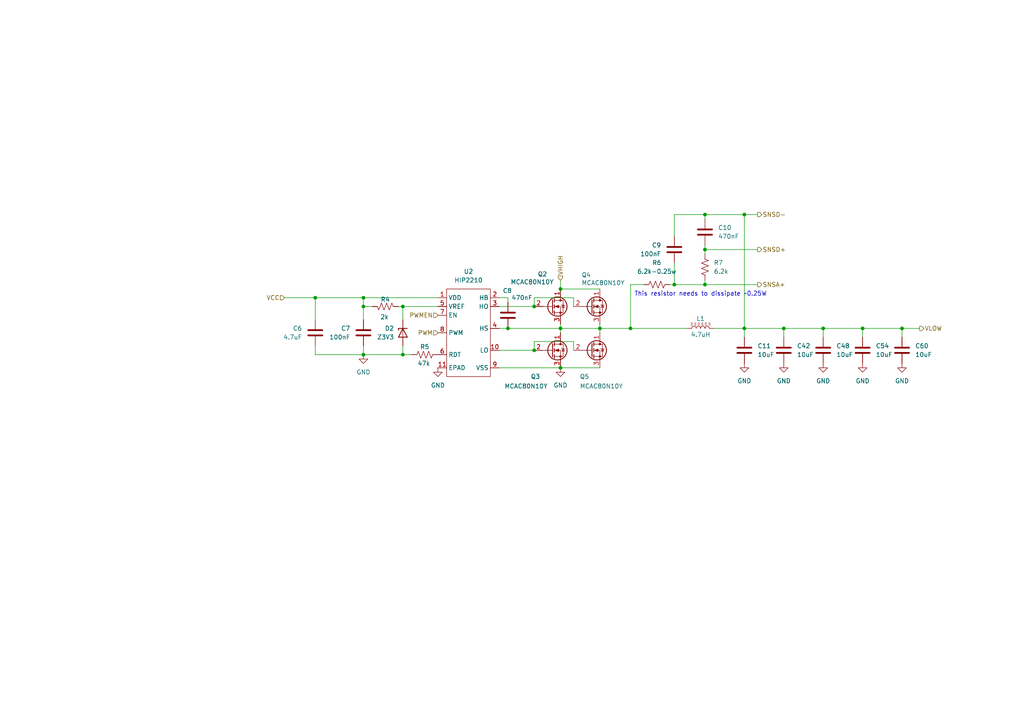
<source format=kicad_sch>
(kicad_sch (version 20231120) (generator "eeschema") (generator_version "8.0")
  (paper "A4")
  (lib_symbols
    (symbol "Device:C" (pin_numbers hide) (pin_names (offset 0.254))
      (property "Reference" "C" (at 0.635 2.54 0))
      (property "Value" "C" (at 0.635 -2.54 0))
      (symbol "C_0_1"
        (polyline (pts (xy -2.032 -0.762) (xy 2.032 -0.762)) (stroke (width 0.508)))
        (polyline (pts (xy -2.032 0.762) (xy 2.032 0.762)) (stroke (width 0.508)))
      )
      (symbol "C_1_1"
        (pin passive line (at 0 3.81 270) (length 2.794) (name "~") (number "1"))
        (pin passive line (at 0 -3.81 90) (length 2.794) (name "~") (number "2"))
      )
    )
    (symbol "Device:D_Zener" (pin_numbers hide) (pin_names (offset 1.016) hide)
      (property "Reference" "D" (at 0 2.54 0))
      (property "Value" "D_Zener" (at 0 -2.54 0))
      (symbol "D_Zener_0_1"
        (polyline (pts (xy 1.27 0) (xy -1.27 0)))
        (polyline (pts (xy -1.27 -1.27) (xy -1.27 1.27) (xy -0.762 1.27)) (stroke (width 0.254)))
        (polyline (pts (xy 1.27 -1.27) (xy 1.27 1.27) (xy -1.27 0) (xy 1.27 -1.27)) (stroke (width 0.254)))
      )
      (symbol "D_Zener_1_1"
        (pin passive line (at -3.81 0 0) (length 2.54) (name "K") (number "1"))
        (pin passive line (at 3.81 0 180) (length 2.54) (name "A") (number "2"))
      )
    )
    (symbol "Device:L_Ferrite" (pin_numbers hide) (pin_names (offset 1.016) hide)
      (property "Reference" "L" (at -1.27 0 90))
      (property "Value" "L_Ferrite" (at 2.794 0 90))
      (symbol "L_Ferrite_0_1"
        (arc (start 0 -2.54) (mid 0.6323 -1.905) (end 0 -1.27))
        (arc (start 0 -1.27) (mid 0.6323 -0.635) (end 0 0))
        (polyline (pts (xy 1.016 -2.794) (xy 1.016 -2.286)))
        (polyline (pts (xy 1.016 -1.778) (xy 1.016 -1.27)))
        (polyline (pts (xy 1.016 -0.762) (xy 1.016 -0.254)))
        (polyline (pts (xy 1.016 0.254) (xy 1.016 0.762)))
        (polyline (pts (xy 1.016 1.27) (xy 1.016 1.778)))
        (polyline (pts (xy 1.016 2.286) (xy 1.016 2.794)))
        (polyline (pts (xy 1.524 -2.286) (xy 1.524 -2.794)))
        (polyline (pts (xy 1.524 -1.27) (xy 1.524 -1.778)))
        (polyline (pts (xy 1.524 -0.254) (xy 1.524 -0.762)))
        (polyline (pts (xy 1.524 0.762) (xy 1.524 0.254)))
        (polyline (pts (xy 1.524 1.778) (xy 1.524 1.27)))
        (polyline (pts (xy 1.524 2.794) (xy 1.524 2.286)))
        (arc (start 0 0) (mid 0.6323 0.635) (end 0 1.27))
        (arc (start 0 1.27) (mid 0.6323 1.905) (end 0 2.54))
      )
      (symbol "L_Ferrite_1_1"
        (pin passive line (at 0 3.81 270) (length 1.27) (name "1") (number "1"))
        (pin passive line (at 0 -3.81 90) (length 1.27) (name "2") (number "2"))
      )
    )
    (symbol "Device:R_US" (pin_numbers hide) (pin_names (offset 0))
      (property "Reference" "R" (at 2.54 0 90))
      (property "Value" "R_US" (at -2.54 0 90))
      (symbol "R_US_0_1"
        (polyline (pts (xy 0 -2.286) (xy 0 -2.54)))
        (polyline (pts (xy 0 2.286) (xy 0 2.54)))
        (polyline (pts (xy 0 -0.762) (xy 1.016 -1.143) (xy 0 -1.524) (xy -1.016 -1.905) (xy 0 -2.286)))
        (polyline (pts (xy 0 0.762) (xy 1.016 0.381) (xy 0 0) (xy -1.016 -0.381) (xy 0 -0.762)))
        (polyline (pts (xy 0 2.286) (xy 1.016 1.905) (xy 0 1.524) (xy -1.016 1.143) (xy 0 0.762)))
      )
      (symbol "R_US_1_1"
        (pin passive line (at 0 3.81 270) (length 1.27) (name "~") (number "1"))
        (pin passive line (at 0 -3.81 90) (length 1.27) (name "~") (number "2"))
      )
    )
    (symbol "GateDrivers:HIP2210"
      (property "Reference" "U?" (at -5.588 12.7 0))
      (property "Value" "HIP2210" (at 2.54 12.446 0))
      (symbol "HIP2210_0_1"
        (rectangle (start -6.35 11.43) (end 6.35 -13.97))
      )
      (symbol "HIP2210_1_1"
        (pin power_in line (at -8.89 8.89 0) (length 2.54) (name "VDD") (number "1"))
        (pin output line (at 8.89 -6.35 180) (length 2.54) (name "LO") (number "10"))
        (pin passive line (at -8.89 -11.43 0) (length 2.54) (name "EPAD") (number "11"))
        (pin output line (at 8.89 8.89 180) (length 2.54) (name "HB") (number "2"))
        (pin output line (at 8.89 6.35 180) (length 2.54) (name "HO") (number "3"))
        (pin input line (at 8.89 0 180) (length 2.54) (name "HS") (number "4"))
        (pin power_in line (at -8.89 6.35 0) (length 2.54) (name "VREF") (number "5"))
        (pin input line (at -8.89 -7.62 0) (length 2.54) (name "RDT") (number "6"))
        (pin input line (at -8.89 3.81 0) (length 2.54) (name "EN") (number "7"))
        (pin input line (at -8.89 -1.27 0) (length 2.54) (name "PWM") (number "8"))
        (pin input line (at 8.89 -11.43 180) (length 2.54) (name "VSS") (number "9"))
      )
    )
    (symbol "ProjectMosfets:MCAC80N10Y" (pin_names (offset 0) hide)
      (property "Reference" "Q" (at 5.08 1.27 0))
      (property "Value" "MCAC80N10Y" (at 5.08 -1.27 0))
      (symbol "MCAC80N10Y_0_1"
        (polyline (pts (xy 0.254 0) (xy -2.54 0)))
        (polyline (pts (xy 0.254 1.905) (xy 0.254 -1.905)) (stroke (width 0.254)))
        (polyline (pts (xy 0.762 -1.27) (xy 0.762 -2.286)) (stroke (width 0.254)))
        (polyline (pts (xy 0.762 0.508) (xy 0.762 -0.508)) (stroke (width 0.254)))
        (polyline (pts (xy 0.762 2.286) (xy 0.762 1.27)) (stroke (width 0.254)))
        (polyline (pts (xy 2.54 2.54) (xy 2.54 1.778)))
        (polyline (pts (xy 2.54 -2.54) (xy 2.54 0) (xy 0.762 0)))
        (polyline (pts (xy 0.762 -1.778) (xy 3.302 -1.778) (xy 3.302 1.778) (xy 0.762 1.778)))
        (polyline (pts (xy 1.016 0) (xy 2.032 0.381) (xy 2.032 -0.381) (xy 1.016 0)) (fill (type outline)))
        (polyline (pts (xy 2.794 0.508) (xy 2.921 0.381) (xy 3.683 0.381) (xy 3.81 0.254)))
        (polyline (pts (xy 3.302 0.381) (xy 2.921 -0.254) (xy 3.683 -0.254) (xy 3.302 0.381)))
        (circle (center 1.651 0) (radius 2.794) (stroke (width 0.254)))
        (circle (center 2.54 -1.778) (radius 0.254) (fill (type outline)))
        (circle (center 2.54 1.778) (radius 0.254) (fill (type outline)))
      )
      (symbol "MCAC80N10Y_1_1"
        (pin passive line (at 2.54 5.08 270) (length 2.54) (name "D") (number "1"))
        (pin input line (at -5.08 0 0) (length 2.54) (name "G") (number "2"))
        (pin passive line (at 2.54 -5.08 90) (length 2.54) (name "S") (number "3"))
      )
    )
    (symbol "power:GND" (power) (pin_names (offset 0))
      (property "Value" "GND" (at 0 -3.81 0))
      (symbol "GND_0_1"
        (polyline (pts (xy 0 0) (xy 0 -1.27) (xy 1.27 -1.27) (xy 0 -2.54) (xy -1.27 -1.27) (xy 0 -1.27)))
      )
      (symbol "GND_1_1"
        (pin power_in line (at 0 0 270) (length 0) hide (name "GND") (number "1"))
      )
    )
  )
  (junction (at 173.99 95.25))
  (junction (at 105.41 102.87))
  (junction (at 154.94 88.9))
  (junction (at 162.56 95.25))
  (junction (at 195.58 82.55))
  (junction (at 105.41 88.9))
  (junction (at 238.76 95.25))
  (junction (at 91.44 86.36))
  (junction (at 116.84 88.9))
  (junction (at 116.84 102.87))
  (junction (at 147.32 95.25))
  (junction (at 204.47 62.23))
  (junction (at 215.9 62.23))
  (junction (at 105.41 86.36))
  (junction (at 162.56 83.82))
  (junction (at 250.19 95.25))
  (junction (at 204.47 82.55))
  (junction (at 162.56 106.68))
  (junction (at 227.33 95.25))
  (junction (at 154.94 101.6))
  (junction (at 261.62 95.25))
  (junction (at 182.88 95.25))
  (junction (at 215.9 95.25))
  (junction (at 204.47 72.39))
  (wire (pts (xy 105.41 86.36) (xy 127 86.36)))
  (wire (pts (xy 91.44 100.33) (xy 91.44 102.87)))
  (wire (pts (xy 227.33 95.25) (xy 227.33 97.79)))
  (wire (pts (xy 215.9 62.23) (xy 215.9 95.25)))
  (wire (pts (xy 173.99 93.98) (xy 173.99 95.25)))
  (wire (pts (xy 91.44 102.87) (xy 105.41 102.87)))
  (wire (pts (xy 261.62 95.25) (xy 266.7 95.25)))
  (wire (pts (xy 162.56 83.82) (xy 173.99 83.82)))
  (wire (pts (xy 204.47 62.23) (xy 204.47 63.5)))
  (wire (pts (xy 195.58 82.55) (xy 204.47 82.55)))
  (wire (pts (xy 147.32 95.25) (xy 162.56 95.25)))
  (wire (pts (xy 147.32 86.36) (xy 147.32 87.63)))
  (wire (pts (xy 115.57 88.9) (xy 116.84 88.9)))
  (wire (pts (xy 204.47 82.55) (xy 219.71 82.55)))
  (wire (pts (xy 238.76 95.25) (xy 238.76 97.79)))
  (wire (pts (xy 215.9 62.23) (xy 204.47 62.23)))
  (wire (pts (xy 250.19 95.25) (xy 250.19 97.79)))
  (wire (pts (xy 162.56 95.25) (xy 162.56 96.52)))
  (wire (pts (xy 162.56 106.68) (xy 173.99 106.68)))
  (wire (pts (xy 186.69 82.55) (xy 182.88 82.55)))
  (wire (pts (xy 144.78 95.25) (xy 147.32 95.25)))
  (wire (pts (xy 144.78 101.6) (xy 154.94 101.6)))
  (wire (pts (xy 166.37 88.9) (xy 166.37 86.36)))
  (wire (pts (xy 238.76 95.25) (xy 250.19 95.25)))
  (wire (pts (xy 91.44 86.36) (xy 91.44 92.71)))
  (wire (pts (xy 261.62 95.25) (xy 261.62 97.79)))
  (wire (pts (xy 166.37 101.6) (xy 166.37 99.06)))
  (wire (pts (xy 116.84 88.9) (xy 116.84 92.71)))
  (wire (pts (xy 166.37 86.36) (xy 154.94 86.36)))
  (wire (pts (xy 105.41 88.9) (xy 107.95 88.9)))
  (wire (pts (xy 116.84 102.87) (xy 119.38 102.87)))
  (wire (pts (xy 182.88 82.55) (xy 182.88 95.25)))
  (wire (pts (xy 105.41 100.33) (xy 105.41 102.87)))
  (wire (pts (xy 173.99 95.25) (xy 173.99 96.52)))
  (wire (pts (xy 162.56 93.98) (xy 162.56 95.25)))
  (wire (pts (xy 144.78 106.68) (xy 162.56 106.68)))
  (wire (pts (xy 195.58 76.2) (xy 195.58 82.55)))
  (wire (pts (xy 195.58 62.23) (xy 195.58 68.58)))
  (wire (pts (xy 105.41 102.87) (xy 116.84 102.87)))
  (wire (pts (xy 215.9 95.25) (xy 215.9 97.79)))
  (wire (pts (xy 105.41 88.9) (xy 105.41 92.71)))
  (wire (pts (xy 204.47 62.23) (xy 195.58 62.23)))
  (wire (pts (xy 162.56 81.28) (xy 162.56 83.82)))
  (wire (pts (xy 105.41 86.36) (xy 105.41 88.9)))
  (wire (pts (xy 182.88 95.25) (xy 199.39 95.25)))
  (wire (pts (xy 204.47 81.28) (xy 204.47 82.55)))
  (wire (pts (xy 154.94 86.36) (xy 154.94 88.9)))
  (wire (pts (xy 250.19 95.25) (xy 261.62 95.25)))
  (wire (pts (xy 91.44 86.36) (xy 105.41 86.36)))
  (wire (pts (xy 154.94 99.06) (xy 154.94 101.6)))
  (wire (pts (xy 215.9 95.25) (xy 227.33 95.25)))
  (wire (pts (xy 219.71 62.23) (xy 215.9 62.23)))
  (wire (pts (xy 207.01 95.25) (xy 215.9 95.25)))
  (wire (pts (xy 173.99 95.25) (xy 182.88 95.25)))
  (wire (pts (xy 162.56 95.25) (xy 173.99 95.25)))
  (wire (pts (xy 204.47 72.39) (xy 204.47 73.66)))
  (wire (pts (xy 194.31 82.55) (xy 195.58 82.55)))
  (wire (pts (xy 204.47 72.39) (xy 219.71 72.39)))
  (wire (pts (xy 144.78 86.36) (xy 147.32 86.36)))
  (wire (pts (xy 116.84 100.33) (xy 116.84 102.87)))
  (wire (pts (xy 116.84 88.9) (xy 127 88.9)))
  (wire (pts (xy 144.78 88.9) (xy 154.94 88.9)))
  (wire (pts (xy 227.33 95.25) (xy 238.76 95.25)))
  (wire (pts (xy 204.47 71.12) (xy 204.47 72.39)))
  (wire (pts (xy 82.55 86.36) (xy 91.44 86.36)))
  (wire (pts (xy 166.37 99.06) (xy 154.94 99.06)))
  (text "This resistor needs to dissipate ~0.25W" (at 203.2 85.344 0) (effects (font (size 1.27 1.27))))
  (hierarchical_label "VCC" (shape input) (at 82.55 86.36 180))
  (hierarchical_label "PWM" (shape input) (at 127 96.52 180))
  (hierarchical_label "SNSA+" (shape output) (at 219.71 82.55 0))
  (hierarchical_label "SNSD-" (shape output) (at 219.71 62.23 0))
  (hierarchical_label "SNSD+" (shape output) (at 219.71 72.39 0))
  (hierarchical_label "PWMEN" (shape input) (at 127 91.44 180))
  (hierarchical_label "VLOW" (shape output) (at 266.7 95.25 0))
  (hierarchical_label "VHIGH" (shape input) (at 162.56 81.28 90))
  (symbol (lib_id "Device:R_US") (at 123.19 102.87 90) (unit 1)
    (property "Reference" "R5" (at 123.19 100.584 90))
    (property "Value" "47k" (at 122.936 105.41 90))
    (property "Footprint" "Resistor_SMD:R_0603_1608Metric" (effects (hide yes)))
    (property "Description" "Resistor, US symbol" (effects (hide yes)))
    (property "Digikey" "N/A" (effects (hide yes)))
    (property "LCSC" "C21189" (effects (hide yes)))
    (instances (project "IchnaeaV2" (path "" (reference "R5") (unit 1)) (path "" (reference "R13") (unit 1)) (path "" (reference "R21") (unit 1)) (path "" (reference "R9") (unit 1)) (path "" (reference "R25") (unit 1)) (path "" (reference "R17") (unit 1))))
  )
  (symbol (lib_id "Device:C") (at 195.58 72.39 0) (mirror y) (unit 1)
    (property "Reference" "C9" (at 191.77 71.1199 0) (effects (justify left)))
    (property "Value" "100nF" (at 191.77 73.6599 0) (effects (justify left)))
    (property "Footprint" "Capacitor_SMD:C_0603_1608Metric" (effects (hide yes)))
    (property "Description" "Unpolarized capacitor" (effects (hide yes)))
    (property "LCSC" "C14663" (effects (hide yes)))
    (property "Digikey" "N/A" (effects (hide yes)))
    (instances (project "IchnaeaV2" (path "" (reference "C9") (unit 1)) (path "" (reference "C21") (unit 1)) (path "" (reference "C33") (unit 1)) (path "" (reference "C15") (unit 1)) (path "" (reference "C39") (unit 1)) (path "" (reference "C27") (unit 1))))
  )
  (symbol (lib_id "Device:C") (at 238.76 101.6 0) (unit 1)
    (property "Reference" "C48" (at 242.57 100.3299 0) (effects (justify left)))
    (property "Value" "10uF" (at 242.57 102.8699 0) (effects (justify left)))
    (property "Footprint" "Capacitor_SMD:C_1210_3225Metric_Pad1.33x2.70mm_HandSolder" (effects (hide yes)))
    (property "Description" "Unpolarized capacitor" (effects (hide yes)))
    (property "Digikey" "445-CGA6P1X7R1N106M250ACCT-ND" (effects (hide yes)))
    (property "LCSC" "C576517" (effects (hide yes)))
    (instances (project "IchnaeaV2" (path "" (reference "C48") (unit 1)) (path "" (reference "C50") (unit 1)) (path "" (reference "C52") (unit 1)) (path "" (reference "C49") (unit 1)) (path "" (reference "C53") (unit 1)) (path "" (reference "C51") (unit 1))))
  )
  (symbol (lib_id "Device:L_Ferrite") (at 203.2 95.25 90) (unit 1)
    (property "Reference" "L1" (at 203.2 92.456 90))
    (property "Value" "4.7uH" (at 203.2 97.028 90))
    (property "Footprint" "Inductors:Bournes_L_PQ2614BLA" (effects (hide yes)))
    (property "Description" "Inductor with ferrite core" (effects (hide yes)))
    (property "Digikey" "PQ2614BLA-3R3K-ND" (effects (hide yes)))
    (property "LCSC" "N/A" (effects (hide yes)))
    (instances (project "IchnaeaV2" (path "" (reference "L1") (unit 1)) (path "" (reference "L3") (unit 1)) (path "" (reference "L5") (unit 1)) (path "" (reference "L2") (unit 1)) (path "" (reference "L6") (unit 1)) (path "" (reference "L4") (unit 1))))
  )
  (symbol (lib_id "Device:C") (at 91.44 96.52 0) (mirror y) (unit 1)
    (property "Reference" "C6" (at 87.63 95.2499 0) (effects (justify left)))
    (property "Value" "4.7uF" (at 87.63 97.7899 0) (effects (justify left)))
    (property "Footprint" "Capacitor_SMD:C_0603_1608Metric" (effects (hide yes)))
    (property "Description" "Unpolarized capacitor" (effects (hide yes)))
    (property "Digikey" "N/A" (effects (hide yes)))
    (property "LCSC" "C19666" (effects (hide yes)))
    (instances (project "IchnaeaV2" (path "" (reference "C6") (unit 1)) (path "" (reference "C18") (unit 1)) (path "" (reference "C30") (unit 1)) (path "" (reference "C12") (unit 1)) (path "" (reference "C36") (unit 1)) (path "" (reference "C24") (unit 1))))
  )
  (symbol (lib_id "power:GND") (at 227.33 105.41 0) (unit 1)
    (property "Reference" "#PWR068" (effects (hide yes)))
    (property "Value" "GND" (at 227.33 110.49 0))
    (property "Description" "Power symbol creates a global label with name \"GND\" , ground" (effects (hide yes)))
    (instances (project "IchnaeaV2" (path "" (reference "#PWR068") (unit 1)) (path "" (reference "#PWR070") (unit 1)) (path "" (reference "#PWR072") (unit 1)) (path "" (reference "#PWR069") (unit 1)) (path "" (reference "#PWR073") (unit 1)) (path "" (reference "#PWR071") (unit 1))))
  )
  (symbol (lib_id "power:GND") (at 127 106.68 0) (unit 1)
    (property "Reference" "#PWR045" (effects (hide yes)))
    (property "Value" "GND" (at 127 111.76 0))
    (property "Description" "Power symbol creates a global label with name \"GND\" , ground" (effects (hide yes)))
    (instances (project "IchnaeaV2" (path "" (reference "#PWR045") (unit 1)) (path "" (reference "#PWR053") (unit 1)) (path "" (reference "#PWR061") (unit 1)) (path "" (reference "#PWR049") (unit 1)) (path "" (reference "#PWR065") (unit 1)) (path "" (reference "#PWR057") (unit 1))))
  )
  (symbol (lib_id "power:GND") (at 261.62 105.41 0) (unit 1)
    (property "Reference" "#PWR086" (effects (hide yes)))
    (property "Value" "GND" (at 261.62 110.49 0))
    (property "Description" "Power symbol creates a global label with name \"GND\" , ground" (effects (hide yes)))
    (instances (project "IchnaeaV2" (path "" (reference "#PWR086") (unit 1)) (path "" (reference "#PWR088") (unit 1)) (path "" (reference "#PWR090") (unit 1)) (path "" (reference "#PWR087") (unit 1)) (path "" (reference "#PWR091") (unit 1)) (path "" (reference "#PWR089") (unit 1))))
  )
  (symbol (lib_id "Device:R_US") (at 204.47 77.47 0) (unit 1)
    (property "Reference" "R7" (at 207.01 76.1999 0) (effects (justify left)))
    (property "Value" "6.2k" (at 207.01 78.7399 0) (effects (justify left)))
    (property "Footprint" "Resistor_SMD:R_0603_1608Metric" (effects (hide yes)))
    (property "Description" "Resistor, US symbol" (effects (hide yes)))
    (property "Digikey" "N/A" (effects (hide yes)))
    (property "LCSC" "C4260" (effects (hide yes)))
    (instances (project "IchnaeaV2" (path "" (reference "R7") (unit 1)) (path "" (reference "R15") (unit 1)) (path "" (reference "R23") (unit 1)) (path "" (reference "R11") (unit 1)) (path "" (reference "R27") (unit 1)) (path "" (reference "R19") (unit 1))))
  )
  (symbol (lib_id "ProjectMosfets:MCAC80N10Y") (at 160.02 101.6 0) (unit 1)
    (property "Reference" "Q3" (at 153.924 109.22 0) (effects (justify left)))
    (property "Value" "MCAC80N10Y" (at 146.304 112.014 0) (effects (justify left)))
    (property "Footprint" "Mosfets:TRANS_BSC076N06NS3-G" (effects (hide yes)))
    (property "Datasheet" "https://www.mccsemi.com/pdf/Products/MCAC80N10Y(DFN5060).pdf" (effects (hide yes)))
    (property "Description" "N-MOSFET transistor, drain/gate/source" (effects (hide yes)))
    (property "Digikey" "353-MCAC80N10Y-TPCT-ND" (effects (hide yes)))
    (property "LCSC" "N/A" (effects (hide yes)))
    (property "DigiKey" "353-MCAC80N10Y-TPCT-ND" (effects (hide yes)))
    (instances (project "IchnaeaV2" (path "" (reference "Q3") (unit 1)) (path "" (reference "Q11") (unit 1)) (path "" (reference "Q19") (unit 1)) (path "" (reference "Q7") (unit 1)) (path "" (reference "Q23") (unit 1)) (path "" (reference "Q15") (unit 1))))
  )
  (symbol (lib_id "Device:C") (at 227.33 101.6 0) (unit 1)
    (property "Reference" "C42" (at 231.14 100.3299 0) (effects (justify left)))
    (property "Value" "10uF" (at 231.14 102.8699 0) (effects (justify left)))
    (property "Footprint" "Capacitor_SMD:C_1210_3225Metric_Pad1.33x2.70mm_HandSolder" (effects (hide yes)))
    (property "Description" "Unpolarized capacitor" (effects (hide yes)))
    (property "Digikey" "445-CGA6P1X7R1N106M250ACCT-ND" (effects (hide yes)))
    (property "LCSC" "C576517" (effects (hide yes)))
    (instances (project "IchnaeaV2" (path "" (reference "C42") (unit 1)) (path "" (reference "C44") (unit 1)) (path "" (reference "C46") (unit 1)) (path "" (reference "C43") (unit 1)) (path "" (reference "C47") (unit 1)) (path "" (reference "C45") (unit 1))))
  )
  (symbol (lib_id "Device:R_US") (at 111.76 88.9 270) (mirror x) (unit 1)
    (property "Reference" "R4" (at 111.76 86.868 90))
    (property "Value" "2k" (at 111.506 91.948 90))
    (property "Footprint" "Resistor_SMD:R_0603_1608Metric" (effects (hide yes)))
    (property "Description" "Resistor, US symbol" (effects (hide yes)))
    (property "Digikey" "N/A" (effects (hide yes)))
    (instances (project "IchnaeaV2" (path "" (reference "R4") (unit 1)) (path "" (reference "R12") (unit 1)) (path "" (reference "R20") (unit 1)) (path "" (reference "R8") (unit 1)) (path "" (reference "R24") (unit 1)) (path "" (reference "R16") (unit 1))))
  )
  (symbol (lib_id "ProjectMosfets:MCAC80N10Y") (at 160.02 88.9 0) (unit 1)
    (property "Reference" "Q2" (at 155.956 79.502 0) (effects (justify left)))
    (property "Value" "MCAC80N10Y" (at 148.082 81.788 0) (effects (justify left)))
    (property "Footprint" "Mosfets:TRANS_BSC076N06NS3-G" (effects (hide yes)))
    (property "Datasheet" "https://www.mccsemi.com/pdf/Products/MCAC80N10Y(DFN5060).pdf" (effects (hide yes)))
    (property "Description" "N-MOSFET transistor, drain/gate/source" (effects (hide yes)))
    (property "Digikey" "353-MCAC80N10Y-TPCT-ND" (effects (hide yes)))
    (property "LCSC" "N/A" (effects (hide yes)))
    (property "DigiKey" "353-MCAC80N10Y-TPCT-ND" (effects (hide yes)))
    (instances (project "IchnaeaV2" (path "" (reference "Q2") (unit 1)) (path "" (reference "Q10") (unit 1)) (path "" (reference "Q18") (unit 1)) (path "" (reference "Q6") (unit 1)) (path "" (reference "Q22") (unit 1)) (path "" (reference "Q14") (unit 1))))
  )
  (symbol (lib_id "Device:C") (at 215.9 101.6 0) (unit 1)
    (property "Reference" "C11" (at 219.71 100.3299 0) (effects (justify left)))
    (property "Value" "10uF" (at 219.71 102.8699 0) (effects (justify left)))
    (property "Footprint" "Capacitor_SMD:C_1210_3225Metric_Pad1.33x2.70mm_HandSolder" (effects (hide yes)))
    (property "Description" "Unpolarized capacitor" (effects (hide yes)))
    (property "Digikey" "445-CGA6P1X7R1N106M250ACCT-ND" (effects (hide yes)))
    (property "LCSC" "C576517" (effects (hide yes)))
    (instances (project "IchnaeaV2" (path "" (reference "C11") (unit 1)) (path "" (reference "C23") (unit 1)) (path "" (reference "C35") (unit 1)) (path "" (reference "C17") (unit 1)) (path "" (reference "C41") (unit 1)) (path "" (reference "C29") (unit 1))))
  )
  (symbol (lib_id "Device:C") (at 147.32 91.44 0) (unit 1)
    (property "Reference" "C8" (at 145.796 84.328 0) (effects (justify left)))
    (property "Value" "470nF" (at 148.336 86.36 0) (effects (justify left)))
    (property "Footprint" "Capacitor_SMD:C_0603_1608Metric" (effects (hide yes)))
    (property "Description" "Unpolarized capacitor" (effects (hide yes)))
    (property "Digikey" "N/A" (effects (hide yes)))
    (property "LCSC" "C1623" (effects (hide yes)))
    (instances (project "IchnaeaV2" (path "" (reference "C8") (unit 1)) (path "" (reference "C20") (unit 1)) (path "" (reference "C32") (unit 1)) (path "" (reference "C14") (unit 1)) (path "" (reference "C38") (unit 1)) (path "" (reference "C26") (unit 1))))
  )
  (symbol (lib_id "power:GND") (at 250.19 105.41 0) (unit 1)
    (property "Reference" "#PWR080" (effects (hide yes)))
    (property "Value" "GND" (at 250.19 110.49 0))
    (property "Description" "Power symbol creates a global label with name \"GND\" , ground" (effects (hide yes)))
    (instances (project "IchnaeaV2" (path "" (reference "#PWR080") (unit 1)) (path "" (reference "#PWR082") (unit 1)) (path "" (reference "#PWR084") (unit 1)) (path "" (reference "#PWR081") (unit 1)) (path "" (reference "#PWR085") (unit 1)) (path "" (reference "#PWR083") (unit 1))))
  )
  (symbol (lib_id "Device:C") (at 204.47 67.31 0) (unit 1)
    (property "Reference" "C10" (at 208.28 66.0399 0) (effects (justify left)))
    (property "Value" "470nF" (at 208.28 68.5799 0) (effects (justify left)))
    (property "Footprint" "Capacitor_SMD:C_0603_1608Metric" (effects (hide yes)))
    (property "Description" "Unpolarized capacitor" (effects (hide yes)))
    (property "Digikey" "N/A" (effects (hide yes)))
    (property "LCSC" "C1623" (effects (hide yes)))
    (instances (project "IchnaeaV2" (path "" (reference "C10") (unit 1)) (path "" (reference "C22") (unit 1)) (path "" (reference "C34") (unit 1)) (path "" (reference "C16") (unit 1)) (path "" (reference "C40") (unit 1)) (path "" (reference "C28") (unit 1))))
  )
  (symbol (lib_id "power:GND") (at 215.9 105.41 0) (unit 1)
    (property "Reference" "#PWR047" (effects (hide yes)))
    (property "Value" "GND" (at 215.9 110.49 0))
    (property "Description" "Power symbol creates a global label with name \"GND\" , ground" (effects (hide yes)))
    (instances (project "IchnaeaV2" (path "" (reference "#PWR047") (unit 1)) (path "" (reference "#PWR055") (unit 1)) (path "" (reference "#PWR063") (unit 1)) (path "" (reference "#PWR051") (unit 1)) (path "" (reference "#PWR067") (unit 1)) (path "" (reference "#PWR059") (unit 1))))
  )
  (symbol (lib_id "Device:C") (at 105.41 96.52 0) (mirror y) (unit 1)
    (property "Reference" "C7" (at 101.6 95.2499 0) (effects (justify left)))
    (property "Value" "100nF" (at 101.6 97.7899 0) (effects (justify left)))
    (property "Footprint" "Capacitor_SMD:C_0603_1608Metric" (effects (hide yes)))
    (property "Description" "Unpolarized capacitor" (effects (hide yes)))
    (property "LCSC" "C14663" (effects (hide yes)))
    (property "Digikey" "N/A" (effects (hide yes)))
    (instances (project "IchnaeaV2" (path "" (reference "C7") (unit 1)) (path "" (reference "C19") (unit 1)) (path "" (reference "C31") (unit 1)) (path "" (reference "C13") (unit 1)) (path "" (reference "C37") (unit 1)) (path "" (reference "C25") (unit 1))))
  )
  (symbol (lib_id "ProjectMosfets:MCAC80N10Y") (at 171.45 88.9 0) (unit 1)
    (property "Reference" "Q4" (at 168.656 79.756 0) (effects (justify left)))
    (property "Value" "MCAC80N10Y" (at 168.656 82.042 0) (effects (justify left)))
    (property "Footprint" "Mosfets:TRANS_BSC076N06NS3-G" (effects (hide yes)))
    (property "Datasheet" "https://www.mccsemi.com/pdf/Products/MCAC80N10Y(DFN5060).pdf" (effects (hide yes)))
    (property "Description" "N-MOSFET transistor, drain/gate/source" (effects (hide yes)))
    (property "Digikey" "353-MCAC80N10Y-TPCT-ND" (effects (hide yes)))
    (property "LCSC" "N/A" (effects (hide yes)))
    (property "DigiKey" "353-MCAC80N10Y-TPCT-ND" (effects (hide yes)))
    (instances (project "IchnaeaV2" (path "" (reference "Q4") (unit 1)) (path "" (reference "Q12") (unit 1)) (path "" (reference "Q20") (unit 1)) (path "" (reference "Q8") (unit 1)) (path "" (reference "Q24") (unit 1)) (path "" (reference "Q16") (unit 1))))
  )
  (symbol (lib_id "Device:R_US") (at 190.5 82.55 90) (unit 1)
    (property "Reference" "R6" (at 190.5 76.2 90))
    (property "Value" "6.2k-0.25w" (at 190.5 78.74 90))
    (property "Footprint" "Resistor_SMD:R_1206_3216Metric_Pad1.30x1.75mm_HandSolder" (effects (hide yes)))
    (property "Description" "Resistor, US symbol" (effects (hide yes)))
    (property "Digikey" "311-6.20KFRCT-ND" (effects (hide yes)))
    (property "LCSC" "N/A" (effects (hide yes)))
    (instances (project "IchnaeaV2" (path "" (reference "R6") (unit 1)) (path "" (reference "R14") (unit 1)) (path "" (reference "R22") (unit 1)) (path "" (reference "R10") (unit 1)) (path "" (reference "R26") (unit 1)) (path "" (reference "R18") (unit 1))))
  )
  (symbol (lib_id "power:GND") (at 238.76 105.41 0) (unit 1)
    (property "Reference" "#PWR074" (effects (hide yes)))
    (property "Value" "GND" (at 238.76 110.49 0))
    (property "Description" "Power symbol creates a global label with name \"GND\" , ground" (effects (hide yes)))
    (instances (project "IchnaeaV2" (path "" (reference "#PWR074") (unit 1)) (path "" (reference "#PWR076") (unit 1)) (path "" (reference "#PWR078") (unit 1)) (path "" (reference "#PWR075") (unit 1)) (path "" (reference "#PWR079") (unit 1)) (path "" (reference "#PWR077") (unit 1))))
  )
  (symbol (lib_id "ProjectMosfets:MCAC80N10Y") (at 171.45 101.6 0) (unit 1)
    (property "Reference" "Q5" (at 168.148 109.22 0) (effects (justify left)))
    (property "Value" "MCAC80N10Y" (at 168.148 112.014 0) (effects (justify left)))
    (property "Footprint" "Mosfets:TRANS_BSC076N06NS3-G" (effects (hide yes)))
    (property "Datasheet" "https://www.mccsemi.com/pdf/Products/MCAC80N10Y(DFN5060).pdf" (effects (hide yes)))
    (property "Description" "N-MOSFET transistor, drain/gate/source" (effects (hide yes)))
    (property "Digikey" "353-MCAC80N10Y-TPCT-ND" (effects (hide yes)))
    (property "LCSC" "N/A" (effects (hide yes)))
    (property "DigiKey" "353-MCAC80N10Y-TPCT-ND" (effects (hide yes)))
    (instances (project "IchnaeaV2" (path "" (reference "Q5") (unit 1)) (path "" (reference "Q13") (unit 1)) (path "" (reference "Q21") (unit 1)) (path "" (reference "Q9") (unit 1)) (path "" (reference "Q25") (unit 1)) (path "" (reference "Q17") (unit 1))))
  )
  (symbol (lib_id "Device:D_Zener") (at 116.84 96.52 90) (mirror x) (unit 1)
    (property "Reference" "D2" (at 114.3 95.2499 90) (effects (justify left)))
    (property "Value" "Z3V3" (at 114.3 97.7899 90) (effects (justify left)))
    (property "Footprint" "Diode_SMD:D_SOD-123" (effects (hide yes)))
    (property "Description" "Zener diode" (effects (hide yes)))
    (property "LCSC" "C5353025" (effects (hide yes)))
    (instances (project "IchnaeaV2" (path "" (reference "D2") (unit 1)) (path "" (reference "D4") (unit 1)) (path "" (reference "D6") (unit 1)) (path "" (reference "D3") (unit 1)) (path "" (reference "D7") (unit 1)) (path "" (reference "D5") (unit 1))))
  )
  (symbol (lib_id "Device:C") (at 250.19 101.6 0) (unit 1)
    (property "Reference" "C54" (at 254 100.3299 0) (effects (justify left)))
    (property "Value" "10uF" (at 254 102.8699 0) (effects (justify left)))
    (property "Footprint" "Capacitor_SMD:C_1210_3225Metric_Pad1.33x2.70mm_HandSolder" (effects (hide yes)))
    (property "Description" "Unpolarized capacitor" (effects (hide yes)))
    (property "Digikey" "445-CGA6P1X7R1N106M250ACCT-ND" (effects (hide yes)))
    (property "LCSC" "C576517" (effects (hide yes)))
    (instances (project "IchnaeaV2" (path "" (reference "C54") (unit 1)) (path "" (reference "C56") (unit 1)) (path "" (reference "C58") (unit 1)) (path "" (reference "C55") (unit 1)) (path "" (reference "C59") (unit 1)) (path "" (reference "C57") (unit 1))))
  )
  (symbol (lib_id "power:GND") (at 105.41 102.87 0) (unit 1)
    (property "Reference" "#PWR044" (effects (hide yes)))
    (property "Value" "GND" (at 105.41 107.95 0))
    (property "Description" "Power symbol creates a global label with name \"GND\" , ground" (effects (hide yes)))
    (instances (project "IchnaeaV2" (path "" (reference "#PWR044") (unit 1)) (path "" (reference "#PWR052") (unit 1)) (path "" (reference "#PWR060") (unit 1)) (path "" (reference "#PWR048") (unit 1)) (path "" (reference "#PWR064") (unit 1)) (path "" (reference "#PWR056") (unit 1))))
  )
  (symbol (lib_id "power:GND") (at 162.56 106.68 0) (unit 1)
    (property "Reference" "#PWR046" (effects (hide yes)))
    (property "Value" "GND" (at 162.56 111.76 0))
    (property "Description" "Power symbol creates a global label with name \"GND\" , ground" (effects (hide yes)))
    (instances (project "IchnaeaV2" (path "" (reference "#PWR046") (unit 1)) (path "" (reference "#PWR054") (unit 1)) (path "" (reference "#PWR062") (unit 1)) (path "" (reference "#PWR050") (unit 1)) (path "" (reference "#PWR066") (unit 1)) (path "" (reference "#PWR058") (unit 1))))
  )
  (symbol (lib_id "Device:C") (at 261.62 101.6 0) (unit 1)
    (property "Reference" "C60" (at 265.43 100.3299 0) (effects (justify left)))
    (property "Value" "10uF" (at 265.43 102.8699 0) (effects (justify left)))
    (property "Footprint" "Capacitor_SMD:C_1210_3225Metric_Pad1.33x2.70mm_HandSolder" (effects (hide yes)))
    (property "Description" "Unpolarized capacitor" (effects (hide yes)))
    (property "Digikey" "445-CGA6P1X7R1N106M250ACCT-ND" (effects (hide yes)))
    (property "LCSC" "C576517" (effects (hide yes)))
    (instances (project "IchnaeaV2" (path "" (reference "C60") (unit 1)) (path "" (reference "C62") (unit 1)) (path "" (reference "C64") (unit 1)) (path "" (reference "C61") (unit 1)) (path "" (reference "C65") (unit 1)) (path "" (reference "C63") (unit 1))))
  )
  (symbol (lib_id "GateDrivers:HIP2210") (at 135.89 95.25 0) (unit 1)
    (property "Reference" "U2" (at 135.89 78.74 0))
    (property "Value" "HIP2210" (at 135.89 81.28 0))
    (property "Footprint" "DFN:TDFN-10-1EP_4x4mm_P0.8mm_EP2.6x3mm" (effects (hide yes)))
    (property "Datasheet" "https://www.renesas.com/us/en/document/dst/hip2210-hip2211-datasheet?r=1320376" (effects (hide yes)))
    (property "Digikey" "20-HIP2210FRTZ-TCT-ND" (effects (hide yes)))
    (property "LCSC" "N/A" (effects (hide yes)))
    (instances (project "IchnaeaV2" (path "" (reference "U2") (unit 1)) (path "" (reference "U4") (unit 1)) (path "" (reference "U6") (unit 1)) (path "" (reference "U3") (unit 1)) (path "" (reference "U7") (unit 1)) (path "" (reference "U5") (unit 1))))
  )
)
</source>
